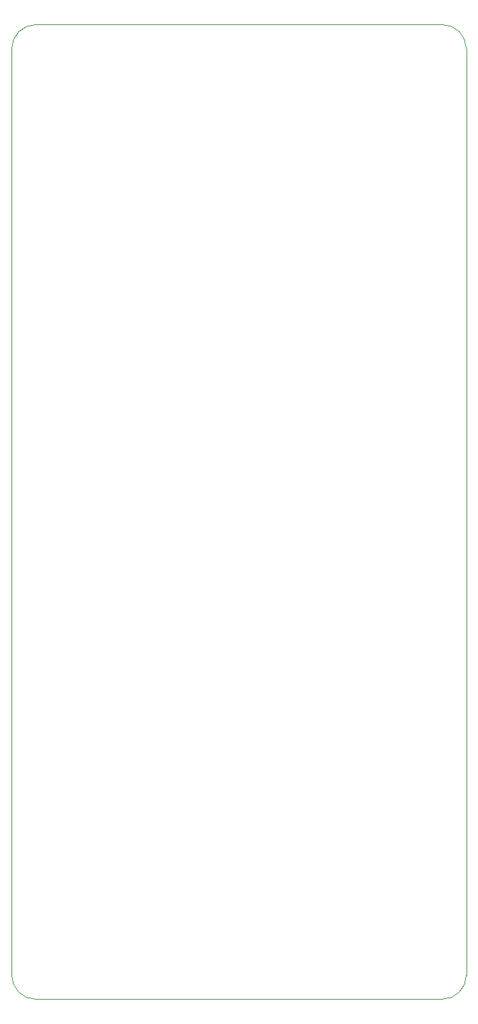
<source format=gbr>
%TF.GenerationSoftware,KiCad,Pcbnew,(6.0.4-0)*%
%TF.CreationDate,2022-05-22T20:42:40+12:00*%
%TF.ProjectId,controller,636f6e74-726f-46c6-9c65-722e6b696361,1.0*%
%TF.SameCoordinates,PX4900f70PY2ebae40*%
%TF.FileFunction,Profile,NP*%
%FSLAX46Y46*%
G04 Gerber Fmt 4.6, Leading zero omitted, Abs format (unit mm)*
G04 Created by KiCad (PCBNEW (6.0.4-0)) date 2022-05-22 20:42:40*
%MOMM*%
%LPD*%
G01*
G04 APERTURE LIST*
%TA.AperFunction,Profile*%
%ADD10C,0.100000*%
%TD*%
G04 APERTURE END LIST*
D10*
X57000000Y-119000000D02*
X57000000Y-3000000D01*
X54000000Y-122000000D02*
G75*
G03*
X57000000Y-119000000I0J3000000D01*
G01*
X0Y-3000000D02*
X0Y-119000000D01*
X3000000Y0D02*
G75*
G03*
X0Y-3000000I0J-3000000D01*
G01*
X3000000Y-122000000D02*
X54000000Y-122000000D01*
X0Y-119000000D02*
G75*
G03*
X3000000Y-122000000I3000000J0D01*
G01*
X57000000Y-3000000D02*
G75*
G03*
X54000000Y0I-3000000J0D01*
G01*
X54000000Y0D02*
X3000000Y-1D01*
M02*

</source>
